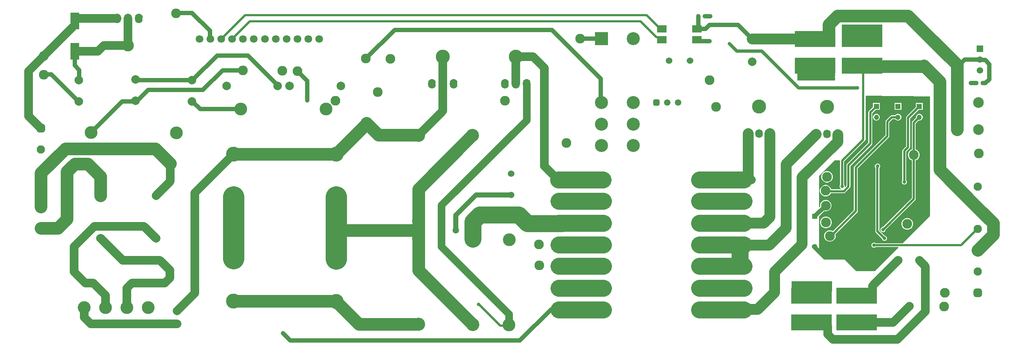
<source format=gbr>
%TF.GenerationSoftware,Altium Limited,Altium Designer,24.3.1 (35)*%
G04 Layer_Physical_Order=1*
G04 Layer_Color=255*
%FSLAX43Y43*%
%MOMM*%
%TF.SameCoordinates,2EF1D394-34E5-4190-8ABA-250447B0B6E5*%
%TF.FilePolarity,Positive*%
%TF.FileFunction,Copper,L1,Top,Signal*%
%TF.Part,Single*%
G01*
G75*
%TA.AperFunction,SMDPad,CuDef*%
%ADD10R,9.500X3.750*%
%ADD11R,0.850X0.900*%
%ADD12R,2.000X4.000*%
%ADD13R,2.200X1.700*%
%TA.AperFunction,Conductor*%
%ADD14C,3.000*%
%ADD15C,2.000*%
%ADD16C,0.500*%
%ADD17C,1.000*%
%ADD18C,4.000*%
%ADD19C,2.500*%
%ADD20C,1.800*%
%ADD21C,1.200*%
%ADD22C,5.000*%
%TA.AperFunction,NonConductor*%
%ADD23C,4.000*%
%TA.AperFunction,Conductor*%
%ADD24C,0.800*%
%ADD25C,0.400*%
%ADD26R,8.900X3.883*%
%ADD27R,9.500X5.225*%
%ADD28R,9.500X2.356*%
%TA.AperFunction,ComponentPad*%
%ADD29C,1.524*%
%ADD30C,3.048*%
%ADD31O,5.000X3.000*%
%ADD32O,6.000X3.500*%
%ADD33C,3.500*%
%ADD34C,2.500*%
%ADD35C,2.000*%
%ADD36C,2.286*%
%ADD37C,3.000*%
%ADD38C,1.950*%
G04:AMPARAMS|DCode=39|XSize=1.95mm|YSize=1.95mm|CornerRadius=0.488mm|HoleSize=0mm|Usage=FLASHONLY|Rotation=90.000|XOffset=0mm|YOffset=0mm|HoleType=Round|Shape=RoundedRectangle|*
%AMROUNDEDRECTD39*
21,1,1.950,0.975,0,0,90.0*
21,1,0.975,1.950,0,0,90.0*
1,1,0.975,0.488,0.488*
1,1,0.975,0.488,-0.488*
1,1,0.975,-0.488,-0.488*
1,1,0.975,-0.488,0.488*
%
%ADD39ROUNDEDRECTD39*%
%ADD40O,1.778X2.032*%
%ADD41C,3.302*%
%ADD42O,1.778X2.286*%
%ADD43C,2.794*%
%ADD44C,1.800*%
%ADD45C,1.500*%
G04:AMPARAMS|DCode=46|XSize=1.5mm|YSize=1.5mm|CornerRadius=0.375mm|HoleSize=0mm|Usage=FLASHONLY|Rotation=180.000|XOffset=0mm|YOffset=0mm|HoleType=Round|Shape=RoundedRectangle|*
%AMROUNDEDRECTD46*
21,1,1.500,0.750,0,0,180.0*
21,1,0.750,1.500,0,0,180.0*
1,1,0.750,-0.375,0.375*
1,1,0.750,0.375,0.375*
1,1,0.750,0.375,-0.375*
1,1,0.750,-0.375,-0.375*
%
%ADD46ROUNDEDRECTD46*%
%ADD47R,3.048X3.048*%
%ADD48R,1.500X1.500*%
%ADD49R,1.200X1.200*%
%ADD50C,1.200*%
%ADD51C,1.250*%
%ADD52R,1.250X1.250*%
%TA.AperFunction,ViaPad*%
%ADD53C,1.500*%
%ADD54C,0.800*%
G36*
X212775Y58768D02*
X212817Y58666D01*
Y30742D01*
X206447Y24372D01*
X200122D01*
X200073Y24422D01*
X199852Y24513D01*
X199613D01*
X199393Y24422D01*
X199224Y24253D01*
X199133Y24033D01*
Y23794D01*
X199224Y23574D01*
X199393Y23405D01*
X199613Y23313D01*
X199852D01*
X200073Y23405D01*
X200122Y23455D01*
X205364D01*
X205412Y23337D01*
X199900Y17825D01*
X195534D01*
X192834Y20525D01*
X187989D01*
X186825Y21689D01*
Y30686D01*
X188038Y31900D01*
X188237Y31846D01*
X188591D01*
X188932Y31938D01*
X189239Y32115D01*
X189489Y32365D01*
X189666Y32671D01*
X189757Y33013D01*
Y33366D01*
X189666Y33708D01*
X189489Y34014D01*
X189239Y34264D01*
X188932Y34441D01*
X188591Y34532D01*
X188237D01*
X187896Y34441D01*
X187589Y34264D01*
X187339Y34014D01*
X187163Y33708D01*
X187071Y33366D01*
Y33013D01*
X187089Y32947D01*
X186942Y32801D01*
X186825Y32849D01*
Y40159D01*
X190516Y43850D01*
X191707D01*
X191788Y43752D01*
X191780Y43714D01*
Y38091D01*
X191730Y38041D01*
X191639Y37821D01*
Y37582D01*
X191730Y37362D01*
X191899Y37193D01*
X191977Y37161D01*
X191951Y37034D01*
X189684D01*
X189641Y37195D01*
X189464Y37501D01*
X189214Y37751D01*
X188907Y37928D01*
X188566Y38020D01*
X188212D01*
X187871Y37928D01*
X187564Y37751D01*
X187314Y37501D01*
X187138Y37195D01*
X187046Y36853D01*
Y36500D01*
X187138Y36158D01*
X187314Y35852D01*
X187564Y35602D01*
X187871Y35425D01*
X188212Y35334D01*
X188566D01*
X188907Y35425D01*
X189214Y35602D01*
X189464Y35852D01*
X189616Y36116D01*
X192649D01*
X192824Y36151D01*
X192973Y36251D01*
X194038Y37316D01*
X194138Y37465D01*
X194173Y37640D01*
Y42469D01*
X199174Y47470D01*
X199274Y47619D01*
X199309Y47795D01*
Y54848D01*
X200126Y55665D01*
X201077D01*
Y57265D01*
X199477D01*
Y56314D01*
X198526Y55363D01*
X198426Y55214D01*
X198391Y55038D01*
Y47985D01*
X193390Y42983D01*
X193290Y42834D01*
X193255Y42659D01*
Y37830D01*
X192955Y37530D01*
X192869Y37569D01*
X192839Y37594D01*
Y37821D01*
X192748Y38041D01*
X192698Y38091D01*
Y43524D01*
X197499Y48326D01*
X197503Y48331D01*
X197802Y48630D01*
Y58869D01*
X197892Y58958D01*
X212775Y58768D01*
D02*
G37*
%LPC*%
G36*
X206117Y57265D02*
X204517D01*
Y55665D01*
X206117D01*
Y57265D01*
D02*
G37*
G36*
X210437Y54725D02*
X210226D01*
X210023Y54670D01*
X209840Y54565D01*
X209692Y54416D01*
X209586Y54234D01*
X209532Y54030D01*
Y53820D01*
X209541Y53784D01*
X208701Y52943D01*
X208601Y52794D01*
X208566Y52618D01*
Y46367D01*
X208507Y46351D01*
X208200Y46175D01*
X207950Y45925D01*
X207774Y45618D01*
X207682Y45277D01*
Y44923D01*
X207774Y44582D01*
X207950Y44275D01*
X208200Y44025D01*
X208507Y43849D01*
X208566Y43833D01*
Y34945D01*
X201823Y28202D01*
X201720D01*
X201499Y28110D01*
X201330Y27941D01*
X201239Y27721D01*
Y27482D01*
X201330Y27262D01*
X201499Y27093D01*
X201720Y27002D01*
X201958D01*
X202179Y27093D01*
X202348Y27262D01*
X202439Y27482D01*
Y27520D01*
X209349Y34431D01*
X209449Y34579D01*
X209484Y34755D01*
Y43833D01*
X209543Y43849D01*
X209850Y44025D01*
X210100Y44275D01*
X210276Y44582D01*
X210368Y44923D01*
Y45277D01*
X210276Y45618D01*
X210100Y45925D01*
X209850Y46175D01*
X209543Y46351D01*
X209484Y46367D01*
Y52428D01*
X210190Y53135D01*
X210226Y53125D01*
X210437D01*
X210640Y53180D01*
X210823Y53285D01*
X210972Y53434D01*
X211077Y53616D01*
X211132Y53820D01*
Y54030D01*
X211077Y54234D01*
X210972Y54416D01*
X210823Y54565D01*
X210640Y54670D01*
X210437Y54725D01*
D02*
G37*
G36*
X205422D02*
X205211D01*
X205008Y54670D01*
X204825Y54565D01*
X204677Y54416D01*
X204658Y54384D01*
X203900D01*
X203724Y54349D01*
X203576Y54249D01*
X202517Y53191D01*
X202418Y53042D01*
X202383Y52867D01*
Y49686D01*
X195145Y42447D01*
X195045Y42299D01*
X195010Y42123D01*
Y32116D01*
X190094Y27200D01*
X189883Y27321D01*
X189541Y27413D01*
X189188D01*
X188846Y27321D01*
X188540Y27145D01*
X188290Y26894D01*
X188113Y26588D01*
X188022Y26247D01*
Y25893D01*
X188113Y25551D01*
X188290Y25245D01*
X188540Y24995D01*
X188846Y24818D01*
X189188Y24727D01*
X189541D01*
X189883Y24818D01*
X190189Y24995D01*
X190439Y25245D01*
X190616Y25551D01*
X190708Y25893D01*
Y26247D01*
X190651Y26459D01*
X195793Y31602D01*
X195893Y31751D01*
X195928Y31926D01*
Y41933D01*
X203166Y49171D01*
X203266Y49320D01*
X203301Y49496D01*
Y52677D01*
X204090Y53466D01*
X204658D01*
X204677Y53434D01*
X204825Y53285D01*
X205008Y53180D01*
X205211Y53125D01*
X205422D01*
X205625Y53180D01*
X205808Y53285D01*
X205957Y53434D01*
X206062Y53616D01*
X206117Y53820D01*
Y54030D01*
X206062Y54234D01*
X205957Y54416D01*
X205808Y54565D01*
X205625Y54670D01*
X205422Y54725D01*
D02*
G37*
G36*
X200382D02*
X200171D01*
X199968Y54670D01*
X199785Y54565D01*
X199637Y54416D01*
X199531Y54234D01*
X199477Y54030D01*
Y53820D01*
X199531Y53616D01*
X199637Y53434D01*
X199785Y53285D01*
X199968Y53180D01*
X200171Y53125D01*
X200382D01*
X200585Y53180D01*
X200768Y53285D01*
X200917Y53434D01*
X201022Y53616D01*
X201077Y53820D01*
Y54030D01*
X201022Y54234D01*
X200917Y54416D01*
X200768Y54565D01*
X200585Y54670D01*
X200382Y54725D01*
D02*
G37*
G36*
X188902Y41295D02*
X188548D01*
X188207Y41203D01*
X187900Y41026D01*
X187650Y40776D01*
X187474Y40470D01*
X187382Y40128D01*
Y39775D01*
X187474Y39433D01*
X187650Y39127D01*
X187900Y38877D01*
X188207Y38700D01*
X188548Y38609D01*
X188902D01*
X189243Y38700D01*
X189550Y38877D01*
X189800Y39127D01*
X189976Y39433D01*
X190068Y39775D01*
Y40128D01*
X189976Y40470D01*
X189800Y40776D01*
X189550Y41026D01*
X189243Y41203D01*
X188902Y41295D01*
D02*
G37*
G36*
X211132Y57265D02*
X209532D01*
Y56314D01*
X207376Y54158D01*
X207276Y54009D01*
X207241Y53833D01*
Y47090D01*
X206467Y46316D01*
X206368Y46167D01*
X206333Y45992D01*
Y39116D01*
X206283Y39066D01*
X206192Y38846D01*
Y38607D01*
X206283Y38386D01*
X206452Y38218D01*
X206673Y38126D01*
X206911D01*
X207132Y38218D01*
X207301Y38386D01*
X207392Y38607D01*
Y38846D01*
X207301Y39066D01*
X207251Y39116D01*
Y45802D01*
X208024Y46576D01*
X208124Y46724D01*
X208159Y46900D01*
Y53643D01*
X210181Y55665D01*
X211132D01*
Y57265D01*
D02*
G37*
G36*
X188641Y30593D02*
X188287D01*
X187946Y30501D01*
X187640Y30325D01*
X187389Y30075D01*
X187213Y29768D01*
X187121Y29427D01*
Y29073D01*
X187213Y28732D01*
X187389Y28425D01*
X187640Y28175D01*
X187946Y27999D01*
X188287Y27907D01*
X188641D01*
X188983Y27999D01*
X189289Y28175D01*
X189539Y28425D01*
X189716Y28732D01*
X189807Y29073D01*
Y29427D01*
X189716Y29768D01*
X189539Y30075D01*
X189289Y30325D01*
X188983Y30501D01*
X188641Y30593D01*
D02*
G37*
G36*
X207666Y30238D02*
X207312D01*
X206971Y30147D01*
X206664Y29970D01*
X206414Y29720D01*
X206238Y29413D01*
X206146Y29072D01*
Y28718D01*
X206238Y28377D01*
X206414Y28070D01*
X206664Y27820D01*
X206971Y27644D01*
X207312Y27552D01*
X207666D01*
X208007Y27644D01*
X208314Y27820D01*
X208564Y28070D01*
X208741Y28377D01*
X208832Y28718D01*
Y29072D01*
X208741Y29413D01*
X208564Y29720D01*
X208314Y29970D01*
X208007Y30147D01*
X207666Y30238D01*
D02*
G37*
G36*
X200641Y43034D02*
X200402D01*
X200182Y42943D01*
X200013Y42774D01*
X199922Y42554D01*
Y42315D01*
X200013Y42095D01*
X200041Y42066D01*
Y27200D01*
X200076Y27024D01*
X200176Y26876D01*
X201575Y25476D01*
Y25406D01*
X201666Y25185D01*
X201835Y25016D01*
X202056Y24925D01*
X202294D01*
X202515Y25016D01*
X202684Y25185D01*
X202775Y25406D01*
Y25644D01*
X202684Y25865D01*
X202515Y26034D01*
X202294Y26125D01*
X202224D01*
X200959Y27390D01*
Y42023D01*
X201030Y42095D01*
X201122Y42315D01*
Y42554D01*
X201030Y42774D01*
X200862Y42943D01*
X200641Y43034D01*
D02*
G37*
%LPD*%
D10*
X196950Y72225D02*
D03*
Y65975D02*
D03*
X185900Y72225D02*
D03*
Y65975D02*
D03*
X185100Y12050D02*
D03*
Y5800D02*
D03*
X195625D02*
D03*
Y12050D02*
D03*
D11*
X223650Y61900D02*
D03*
X225200D02*
D03*
X158525Y77600D02*
D03*
X160075D02*
D03*
D12*
X12500Y69375D02*
D03*
Y76475D02*
D03*
D13*
X150000Y72105D02*
D03*
Y74645D02*
D03*
X158200D02*
D03*
Y72105D02*
D03*
D14*
X4575Y32875D02*
Y40853D01*
X10272Y46550D02*
X31375D01*
X4575Y40853D02*
X10272Y46550D01*
X31375D02*
X34875Y43050D01*
X10650Y41150D02*
X12475Y42975D01*
X4575Y27875D02*
X8500D01*
X10650Y30025D02*
Y41150D01*
X8500Y27875D02*
X10650Y30025D01*
X197575Y65850D02*
X211300D01*
X197075D02*
X197575D01*
X219184Y65609D02*
Y66216D01*
Y57351D02*
Y65609D01*
X105645Y49649D02*
Y49658D01*
X93000Y37075D02*
X105574Y49649D01*
X93000Y29592D02*
Y37075D01*
X105574Y49649D02*
X105645D01*
X73992Y27408D02*
X93000D01*
X80912Y52487D02*
X83650Y49750D01*
X80875Y52525D02*
X80912Y52487D01*
X73700Y45275D02*
X80912Y52487D01*
X93000Y27408D02*
Y29592D01*
X73700Y10700D02*
X79025Y5375D01*
X93000D01*
X83650Y49750D02*
X92895D01*
X93000Y17996D02*
Y25441D01*
Y17996D02*
X105725Y5271D01*
X93000Y25441D02*
Y27408D01*
X73700Y27700D02*
X73992Y27408D01*
X73835Y20700D02*
X74085Y20450D01*
X73700Y20700D02*
X73835D01*
X74085Y20450D02*
X74157D01*
X73700Y20700D02*
X73700Y20700D01*
X73700Y35275D02*
X73700Y35275D01*
X211425Y73975D02*
X219184Y66216D01*
X207700Y77700D02*
X211425Y73975D01*
X215125Y41725D02*
Y62275D01*
X191200Y77700D02*
X207700D01*
X189150Y75650D02*
X191200Y77700D01*
X224041Y32675D02*
X227641Y29075D01*
X215125Y41591D02*
X224041Y32675D01*
X227641Y26350D02*
Y29075D01*
X219184Y51001D02*
Y57351D01*
X211425Y65975D02*
X215125Y62275D01*
X185900Y72225D02*
X188775D01*
X189150Y72600D02*
Y75650D01*
X188775Y72225D02*
X189150Y72600D01*
X18525Y35525D02*
Y40025D01*
X15550Y43000D02*
X18525Y40025D01*
X12500Y43000D02*
X15550D01*
X224041Y22750D02*
X227641Y26350D01*
X49713Y10762D02*
X73637D01*
X49650Y45275D02*
X73700D01*
X49650Y45275D02*
X49650Y45275D01*
X73700D02*
X73700Y45275D01*
D15*
X5250Y68300D02*
X11925Y74975D01*
X1700Y54175D02*
X4550Y51325D01*
X1700Y64750D02*
X5250Y68300D01*
X1700Y54175D02*
Y64750D01*
X98742Y61727D02*
Y68077D01*
X93000Y49658D02*
X98742Y55400D01*
Y61727D01*
X195625Y12050D02*
X198500D01*
X199375Y12925D02*
Y14395D01*
X198500Y12050D02*
X199375Y12925D01*
X205305Y20325D02*
X205350D01*
X199375Y14395D02*
X205305Y20325D01*
X40600Y36225D02*
X49650Y45275D01*
X40600Y12650D02*
Y36225D01*
X36500Y8550D02*
X40600Y12650D01*
X12325Y23600D02*
X17075Y28350D01*
X28700D02*
X31525Y25525D01*
X17075Y28350D02*
X28700D01*
X23700Y20400D02*
X32425D01*
X34750Y17800D02*
Y18075D01*
X32425Y20400D02*
X34750Y18075D01*
X12325Y17825D02*
X12350Y17800D01*
X12325Y17825D02*
Y23600D01*
X12350Y17675D02*
X14975Y15050D01*
X16830D01*
X210350Y20325D02*
X211750Y18925D01*
X208000Y4600D02*
X211750Y8350D01*
Y18925D01*
X205225Y1825D02*
X208000Y4600D01*
X122500Y42475D02*
Y65475D01*
X124854Y40121D02*
X125478D01*
X122500Y42475D02*
X124854Y40121D01*
X125478D02*
X126228Y39371D01*
X127884D01*
X172775Y56375D02*
X172800Y56400D01*
X162750Y56350D02*
X162775Y56375D01*
X25897Y15050D02*
X33578D01*
X24725Y13878D02*
X25897Y15050D01*
X24725Y9300D02*
Y13878D01*
X16830Y15050D02*
X19700Y12180D01*
Y9325D02*
Y12180D01*
X14213Y9300D02*
X14258D01*
X14719Y6981D02*
Y8838D01*
X16225Y5475D02*
X36475D01*
X14258Y9300D02*
X14719Y8838D01*
Y6981D02*
X16225Y5475D01*
X170193Y39244D02*
X171037D01*
X204200Y5800D02*
X208000Y9600D01*
X195625Y5800D02*
X204200D01*
X187975D02*
X188850Y4925D01*
Y2997D02*
X190022Y1825D01*
X185100Y5800D02*
X187975D01*
X188850Y2997D02*
Y4925D01*
X190022Y1825D02*
X205225D01*
X13000Y77050D02*
X22445D01*
X17973Y69375D02*
X19298Y70700D01*
X24985D01*
X12500Y69375D02*
X17973D01*
X24985Y70700D02*
Y77050D01*
X33578Y15050D02*
X34775Y16247D01*
Y18028D01*
X31525Y35525D02*
X34900Y38900D01*
Y42950D01*
X34875Y42975D02*
X34900Y42950D01*
X34875Y42975D02*
Y43050D01*
X115767Y61727D02*
Y68077D01*
X119898D01*
X122500Y65475D01*
X36475Y5475D02*
X36500Y5450D01*
X18575Y25525D02*
X23700Y20400D01*
X18525Y25525D02*
X18575D01*
D16*
X197575Y65850D02*
Y66025D01*
Y65450D02*
Y65850D01*
X107136Y10050D02*
X112186Y5000D01*
X113998D02*
X114207Y5209D01*
X112186Y5000D02*
X113998D01*
X107100Y10050D02*
X107136D01*
X193714Y37640D02*
Y42659D01*
X198850Y47795D02*
Y55038D01*
X193714Y42659D02*
X198850Y47795D01*
X195469Y42123D02*
X202842Y49496D01*
X195469Y31926D02*
Y42123D01*
X202842Y49496D02*
Y52867D01*
X199733Y23913D02*
X220113D01*
X224079Y27879D01*
X200500Y27200D02*
X202175Y25525D01*
X200500Y42413D02*
X200522Y42434D01*
X200500Y27200D02*
Y42413D01*
X207700Y46900D02*
Y53833D01*
X206792Y45992D02*
X207700Y46900D01*
Y53833D02*
X210332Y56465D01*
X206792Y38726D02*
Y45992D01*
X209025Y34755D02*
Y45100D01*
X201872Y27602D02*
X209025Y34755D01*
Y52618D02*
X210332Y53925D01*
X209025Y45252D02*
Y52618D01*
X53510Y76425D02*
X145045D01*
X148765Y72705D02*
X149400D01*
X145045Y76425D02*
X148765Y72705D01*
X146450Y77875D02*
X149080Y75245D01*
X149400D01*
X52425Y77875D02*
X146450D01*
X197175Y48650D02*
Y64800D01*
X202842Y52867D02*
X203900Y53925D01*
X205317D01*
X198850Y55038D02*
X200277Y56465D01*
X149400Y75245D02*
X150000Y74645D01*
X189613Y26070D02*
X195469Y31926D01*
X188491Y36575D02*
X192649D01*
X193714Y37640D01*
X189365Y26070D02*
X189613D01*
X192239Y37702D02*
Y43714D01*
X197175Y48650D01*
X188389Y36677D02*
X188491Y36575D01*
X149400Y72705D02*
X150000Y72105D01*
X49381Y72296D02*
X53510Y76425D01*
X46841Y72291D02*
X52425Y77875D01*
D17*
X198519Y21206D02*
X198550Y21237D01*
X185650Y23575D02*
X188050Y21175D01*
X39975Y62825D02*
X40308D01*
X39775Y62625D02*
X39975Y62825D01*
X198550Y42018D02*
X205317Y48785D01*
X198550Y21237D02*
Y42018D01*
X205317Y48785D02*
Y51385D01*
X219184Y65609D02*
X220985Y67410D01*
X224525D01*
X225761Y67350D02*
X226750Y66361D01*
X225832Y61900D02*
X226750Y62818D01*
Y66361D01*
X225200Y61900D02*
X225832D01*
X224585Y67350D02*
X225761D01*
X224525Y67410D02*
X224585Y67350D01*
X222425Y61895D02*
X223645D01*
X223650Y61900D01*
X185850Y72275D02*
X185900Y72225D01*
X12500Y66050D02*
Y69375D01*
X13550Y62675D02*
Y65000D01*
X12500Y66050D02*
X13550Y65000D01*
X13475Y62600D02*
X13550Y62675D01*
X62981Y1550D02*
X116725D01*
X124066Y8891D02*
X127845D01*
X116725Y1550D02*
X124066Y8891D01*
X61256Y3275D02*
X62981Y1550D01*
X188050Y21175D02*
X198550D01*
X185840Y30740D02*
X185925Y30825D01*
X185965D02*
X188330Y33189D01*
X185925Y30825D02*
X185965D01*
X185840Y30700D02*
Y30740D01*
X158200Y72105D02*
X158538Y71767D01*
X161149D01*
X158200Y74645D02*
X158525Y74970D01*
Y77600D01*
X160075D02*
X161325D01*
X158200Y74645D02*
X160269D01*
X161149Y75525D01*
X167900D01*
X171150Y72275D01*
X124250Y74400D02*
X135675Y62975D01*
X80700Y67675D02*
X87425Y74400D01*
X124250D01*
X130900Y72325D02*
X135850D01*
X135675Y56873D02*
Y62975D01*
X11925Y74975D02*
X12000D01*
X12500Y75475D01*
Y76550D01*
X36225Y78300D02*
X36325Y78400D01*
X39925D02*
X44148Y74177D01*
X36325Y78400D02*
X39925D01*
X44148Y72403D02*
X44301Y72250D01*
X44148Y72403D02*
Y74177D01*
X5239Y63925D02*
X5263Y63949D01*
X7001D02*
X13350Y57600D01*
X5263Y63949D02*
X7001D01*
X13350Y57600D02*
X13475D01*
X12500Y76550D02*
X13000Y77050D01*
X27884Y77453D02*
X27928D01*
X27525Y77050D02*
Y77093D01*
X27884Y77453D01*
X23584Y57584D02*
X26952D01*
Y57656D02*
X27546Y58250D01*
X27618D02*
X29668Y60300D01*
X42482D01*
X26952Y57584D02*
Y57656D01*
X27546Y58250D02*
X27618D01*
X26775Y62750D02*
X26900Y62625D01*
X39775D01*
X40308Y62825D02*
X45858Y68375D01*
X53075D01*
X40061Y57625D02*
X41861Y55825D01*
X51091D01*
X42482Y60300D02*
X47107Y64925D01*
X51875D01*
X51091Y55825D02*
X51316Y55600D01*
X16325Y50325D02*
X23584Y57584D01*
X66925Y57850D02*
X66950Y57875D01*
Y62453D01*
X64646Y64757D02*
X66950Y62453D01*
X53075Y68375D02*
X60041Y61409D01*
Y61225D02*
Y61409D01*
D18*
X168050Y18979D02*
X169214D01*
X167834D02*
X168050D01*
X160214D02*
X167834D01*
X158817D02*
X160214D01*
X168300Y19229D02*
Y23927D01*
X167834Y18979D02*
X168050D01*
X168300Y19229D01*
X107333Y31025D02*
X116525D01*
X118525Y29025D01*
X126575D01*
X105725Y29417D02*
X107333Y31025D01*
X105725Y25337D02*
Y29417D01*
X125924Y29053D02*
X127575D01*
X134941D01*
X167834Y34219D02*
X169214D01*
X160214D02*
X167834D01*
X158817D02*
X160214D01*
X167834Y8733D02*
X169214D01*
X160214D02*
X167834D01*
X158817D02*
X160214D01*
X167834Y29053D02*
X169214D01*
X160214D02*
X167834D01*
X158817D02*
X160214D01*
X168678Y39213D02*
X169214D01*
X167834D02*
X168678D01*
X160214D02*
X167834D01*
X158817D02*
X160214D01*
X134941Y8733D02*
X136321D01*
X127575D02*
X134941D01*
X126198D02*
X127575D01*
X125924D02*
X126198D01*
X127575Y13813D02*
X134941D01*
X125924D02*
X127575D01*
X134941D02*
X136321D01*
X127575Y39213D02*
X134941D01*
X126198D02*
X127575D01*
X125924Y19020D02*
X127575D01*
X134941D01*
X125924Y23973D02*
X127575D01*
X134941D01*
Y19020D02*
X136321D01*
X125797Y39213D02*
X126198D01*
X134941Y23973D02*
X136321D01*
X134941Y29053D02*
X136321D01*
X134941Y39213D02*
X136194D01*
X158817Y13813D02*
X169214D01*
D19*
X175177Y23927D02*
X179175Y27925D01*
X168300Y23927D02*
X175177D01*
X172475Y8825D02*
X176450Y12800D01*
Y17675D02*
X182850Y24075D01*
X176450Y12800D02*
Y17675D01*
X182850Y24075D02*
Y39800D01*
X170254Y8825D02*
X172475D01*
X171150Y72275D02*
X185850D01*
X179175Y42874D02*
X186177Y49876D01*
X179175Y27925D02*
Y42874D01*
X170193Y29084D02*
X173876D01*
X175340Y30548D02*
Y50050D01*
X173876Y29084D02*
X175340Y30548D01*
X182850Y39800D02*
X191225Y48175D01*
Y49867D01*
X170260Y39311D02*
Y50050D01*
D20*
X114207Y5209D02*
Y7718D01*
X98375Y23550D02*
Y33325D01*
Y23550D02*
X114207Y7718D01*
X118307Y53257D02*
Y61727D01*
X98375Y33325D02*
X118307Y53257D01*
D21*
X101775Y27350D02*
Y30966D01*
X106534Y35725D01*
X114675D01*
D22*
X73700Y27700D02*
Y35275D01*
Y20700D02*
Y27700D01*
X49650Y20825D02*
Y35275D01*
D23*
X166953Y23973D02*
X169214D01*
X158817D02*
X166953D01*
X125924Y34260D02*
X136321D01*
D24*
X173350Y69450D02*
X182000Y60800D01*
X195850D01*
X167525Y69450D02*
X173350D01*
X165825Y71150D02*
X167525Y69450D01*
D25*
X49650Y10825D02*
X49713Y10762D01*
X73637D02*
X73700Y10700D01*
D26*
X186200Y64492D02*
D03*
D27*
X196950Y73062D02*
D03*
D28*
X185125Y14272D02*
D03*
D29*
X114675Y35725D02*
D03*
Y40675D02*
D03*
X151675Y67225D02*
D03*
X156625D02*
D03*
D30*
X105667Y29592D02*
D03*
Y49658D02*
D03*
X93000Y25441D02*
D03*
Y5375D02*
D03*
Y49658D02*
D03*
Y29592D02*
D03*
X105725Y5271D02*
D03*
Y25337D02*
D03*
X143350Y72325D02*
D03*
X135850Y57325D02*
D03*
Y52325D02*
D03*
Y47325D02*
D03*
X143350D02*
D03*
Y52325D02*
D03*
Y57325D02*
D03*
D31*
X160214Y13813D02*
D03*
Y18979D02*
D03*
Y23973D02*
D03*
Y29053D02*
D03*
Y34219D02*
D03*
Y39213D02*
D03*
X134941Y8733D02*
D03*
Y13813D02*
D03*
Y18979D02*
D03*
Y23973D02*
D03*
Y29053D02*
D03*
Y34219D02*
D03*
Y39213D02*
D03*
X160214Y8733D02*
D03*
D32*
X167834Y13813D02*
D03*
Y18979D02*
D03*
Y23973D02*
D03*
Y29053D02*
D03*
Y34219D02*
D03*
Y39213D02*
D03*
Y8733D02*
D03*
X127575Y13940D02*
D03*
Y19106D02*
D03*
Y24100D02*
D03*
Y29180D02*
D03*
Y34346D02*
D03*
Y39340D02*
D03*
Y8860D02*
D03*
D33*
X73700Y45275D02*
D03*
Y35275D02*
D03*
X49650Y10825D02*
D03*
Y20825D02*
D03*
Y35275D02*
D03*
Y45275D02*
D03*
X73700Y20700D02*
D03*
Y10700D02*
D03*
D34*
X224184Y51001D02*
D03*
X219184D02*
D03*
Y57351D02*
D03*
X224184D02*
D03*
D35*
X211425Y73975D02*
D03*
Y65975D02*
D03*
X171150Y66941D02*
D03*
Y72275D02*
D03*
X205350Y20325D02*
D03*
X210350D02*
D03*
X208000Y4600D02*
D03*
Y9600D02*
D03*
X13475Y62600D02*
D03*
Y57600D02*
D03*
X39975Y62625D02*
D03*
Y57625D02*
D03*
X26775Y57750D02*
D03*
Y62750D02*
D03*
X31525Y35525D02*
D03*
X18525D02*
D03*
X31525Y25525D02*
D03*
X18525D02*
D03*
X36500Y5450D02*
D03*
Y8550D02*
D03*
X34875Y42975D02*
D03*
X12475D02*
D03*
X34750Y17800D02*
D03*
X12350D02*
D03*
X48041Y61225D02*
D03*
X60041D02*
D03*
X62791D02*
D03*
X74791D02*
D03*
D36*
X162750Y56350D02*
D03*
X5225Y68325D02*
D03*
X216125Y9524D02*
D03*
X216328Y12750D02*
D03*
X5239Y63925D02*
D03*
X83475Y59799D02*
D03*
X86448Y67625D02*
D03*
X51875Y64925D02*
D03*
X73517Y57776D02*
D03*
X127650Y47875D02*
D03*
X80700Y67675D02*
D03*
X80875Y52525D02*
D03*
X61125Y64778D02*
D03*
X198550Y21175D02*
D03*
X130900Y72325D02*
D03*
X36225Y78300D02*
D03*
X64646Y64757D02*
D03*
X121275Y19150D02*
D03*
X121225Y24100D02*
D03*
X188725Y39952D02*
D03*
X189365Y26070D02*
D03*
X215125Y41725D02*
D03*
X113227Y57825D02*
D03*
X207489Y28895D02*
D03*
X188464Y29250D02*
D03*
X224250Y45403D02*
D03*
X161149Y62575D02*
D03*
X188389Y36677D02*
D03*
X188414Y33189D02*
D03*
X209025Y45100D02*
D03*
D37*
X29725Y9300D02*
D03*
X14725D02*
D03*
X19725D02*
D03*
X24725D02*
D03*
X16325Y50325D02*
D03*
X36300Y50275D02*
D03*
X114257Y25184D02*
D03*
X114207Y5209D02*
D03*
X51350Y55850D02*
D03*
X71325Y55800D02*
D03*
D38*
X224041Y17750D02*
D03*
X4550Y46325D02*
D03*
X4575Y27875D02*
D03*
X224041Y27750D02*
D03*
Y37675D02*
D03*
D39*
X224041Y12750D02*
D03*
X4550Y51325D02*
D03*
X4575Y32875D02*
D03*
X224041Y22750D02*
D03*
Y32675D02*
D03*
D40*
X170260Y50050D02*
D03*
X172800D02*
D03*
X175340D02*
D03*
X186177Y50027D02*
D03*
X188717D02*
D03*
X191257D02*
D03*
D41*
X172800Y56400D02*
D03*
X188717Y56377D02*
D03*
X115767Y68077D02*
D03*
X98742D02*
D03*
D42*
X27525Y77050D02*
D03*
X24985D02*
D03*
X22445D02*
D03*
X118307Y61727D02*
D03*
X115767D02*
D03*
X113227D02*
D03*
X96202D02*
D03*
X98742D02*
D03*
X101282D02*
D03*
D43*
X24985Y70700D02*
D03*
D44*
X59631Y72250D02*
D03*
X69791D02*
D03*
X49381D02*
D03*
X51921D02*
D03*
X54461D02*
D03*
X57091D02*
D03*
X44301D02*
D03*
X62171D02*
D03*
X64711D02*
D03*
X67251D02*
D03*
X41761D02*
D03*
X46841D02*
D03*
D45*
X153790Y57375D02*
D03*
X151250D02*
D03*
X224525Y64870D02*
D03*
Y67410D02*
D03*
D46*
X148710Y57375D02*
D03*
D47*
X135850Y72325D02*
D03*
D48*
X224525Y69950D02*
D03*
D49*
X205317Y56465D02*
D03*
X210332D02*
D03*
X200277D02*
D03*
D50*
X205317Y53925D02*
D03*
Y51385D02*
D03*
X210332Y53925D02*
D03*
Y51385D02*
D03*
X200277Y53925D02*
D03*
Y51385D02*
D03*
D51*
X185800Y23600D02*
D03*
D52*
Y30700D02*
D03*
D53*
X101775Y27350D02*
D03*
D54*
X107100Y10050D02*
D03*
X183844Y63760D02*
D03*
X183044D02*
D03*
X182269D02*
D03*
X187044D02*
D03*
X184644D02*
D03*
X185444D02*
D03*
X190244D02*
D03*
X187844D02*
D03*
X189444D02*
D03*
X188644D02*
D03*
X185469Y62960D02*
D03*
X186269D02*
D03*
X187069D02*
D03*
X187869D02*
D03*
X188669D02*
D03*
X189469D02*
D03*
X190244D02*
D03*
X183869D02*
D03*
X183069D02*
D03*
X182269D02*
D03*
X199815Y74425D02*
D03*
X199015D02*
D03*
X198990Y75225D02*
D03*
X193415Y74425D02*
D03*
X194190Y75225D02*
D03*
X194990D02*
D03*
X195815Y74425D02*
D03*
X195790Y75225D02*
D03*
X196615Y74425D02*
D03*
X196590Y75225D02*
D03*
X197390D02*
D03*
X198215Y74425D02*
D03*
X198190Y75225D02*
D03*
X197415Y74425D02*
D03*
X194215D02*
D03*
X195015D02*
D03*
X184669Y62960D02*
D03*
X186244Y63760D02*
D03*
X192615Y75225D02*
D03*
X199790D02*
D03*
X200590D02*
D03*
X193390D02*
D03*
X200615Y74425D02*
D03*
X192615D02*
D03*
X202175Y25525D02*
D03*
X200522Y42434D02*
D03*
X199733Y23913D02*
D03*
X195850Y60800D02*
D03*
X202800Y57936D02*
D03*
X222425Y61895D02*
D03*
X165825Y71150D02*
D03*
X161325Y77600D02*
D03*
X161149Y71767D02*
D03*
Y75525D02*
D03*
X206792Y38726D02*
D03*
X201839Y27602D02*
D03*
X188600Y13825D02*
D03*
X182965Y14650D02*
D03*
X187000Y13825D02*
D03*
X189400D02*
D03*
X185400D02*
D03*
X182200D02*
D03*
X187765Y14650D02*
D03*
X183000Y13825D02*
D03*
X184565Y14650D02*
D03*
X181400Y13825D02*
D03*
X186965Y14650D02*
D03*
X183800Y13825D02*
D03*
X187800D02*
D03*
X184600D02*
D03*
X188565Y14650D02*
D03*
X189365D02*
D03*
X185365D02*
D03*
X186165D02*
D03*
X186200Y13825D02*
D03*
X183765Y14650D02*
D03*
X181365D02*
D03*
X182165D02*
D03*
X61256Y3275D02*
D03*
X66925Y57850D02*
D03*
X202856Y35003D02*
D03*
X192239Y37702D02*
D03*
%TF.MD5,aee501e3c65e8bc69448df2a88f50f09*%
M02*

</source>
